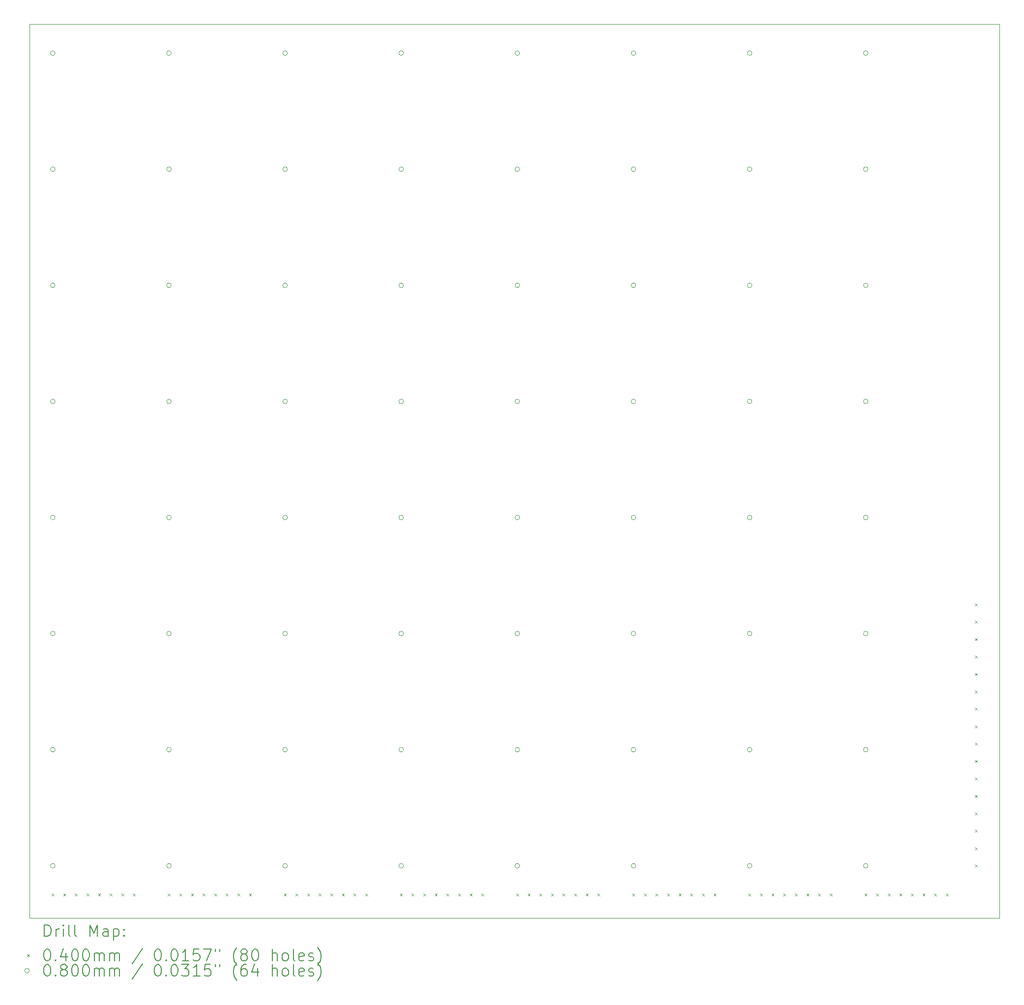
<source format=gbr>
%TF.GenerationSoftware,KiCad,Pcbnew,7.0.9*%
%TF.CreationDate,2024-01-05T09:16:21+05:30*%
%TF.ProjectId,Led_8x8Tower_Base,4c65645f-3878-4385-946f-7765725f4261,rev?*%
%TF.SameCoordinates,Original*%
%TF.FileFunction,Drillmap*%
%TF.FilePolarity,Positive*%
%FSLAX45Y45*%
G04 Gerber Fmt 4.5, Leading zero omitted, Abs format (unit mm)*
G04 Created by KiCad (PCBNEW 7.0.9) date 2024-01-05 09:16:21*
%MOMM*%
%LPD*%
G01*
G04 APERTURE LIST*
%ADD10C,0.100000*%
%ADD11C,0.200000*%
G04 APERTURE END LIST*
D10*
X4600000Y-1500000D02*
X4600000Y-16900000D01*
X4600000Y-16900000D02*
X21300000Y-16900000D01*
X21300000Y-16900000D02*
X21300000Y-1500000D01*
X21300000Y-1500000D02*
X4600000Y-1500000D01*
D11*
D10*
X4980000Y-16480000D02*
X5020000Y-16520000D01*
X5020000Y-16480000D02*
X4980000Y-16520000D01*
X5180000Y-16480000D02*
X5220000Y-16520000D01*
X5220000Y-16480000D02*
X5180000Y-16520000D01*
X5380000Y-16480000D02*
X5420000Y-16520000D01*
X5420000Y-16480000D02*
X5380000Y-16520000D01*
X5580000Y-16480000D02*
X5620000Y-16520000D01*
X5620000Y-16480000D02*
X5580000Y-16520000D01*
X5780000Y-16480000D02*
X5820000Y-16520000D01*
X5820000Y-16480000D02*
X5780000Y-16520000D01*
X5980000Y-16480000D02*
X6020000Y-16520000D01*
X6020000Y-16480000D02*
X5980000Y-16520000D01*
X6180000Y-16480000D02*
X6220000Y-16520000D01*
X6220000Y-16480000D02*
X6180000Y-16520000D01*
X6380000Y-16480000D02*
X6420000Y-16520000D01*
X6420000Y-16480000D02*
X6380000Y-16520000D01*
X6980000Y-16480000D02*
X7020000Y-16520000D01*
X7020000Y-16480000D02*
X6980000Y-16520000D01*
X7180000Y-16480000D02*
X7220000Y-16520000D01*
X7220000Y-16480000D02*
X7180000Y-16520000D01*
X7380000Y-16480000D02*
X7420000Y-16520000D01*
X7420000Y-16480000D02*
X7380000Y-16520000D01*
X7580000Y-16480000D02*
X7620000Y-16520000D01*
X7620000Y-16480000D02*
X7580000Y-16520000D01*
X7780000Y-16480000D02*
X7820000Y-16520000D01*
X7820000Y-16480000D02*
X7780000Y-16520000D01*
X7980000Y-16480000D02*
X8020000Y-16520000D01*
X8020000Y-16480000D02*
X7980000Y-16520000D01*
X8180000Y-16480000D02*
X8220000Y-16520000D01*
X8220000Y-16480000D02*
X8180000Y-16520000D01*
X8380000Y-16480000D02*
X8420000Y-16520000D01*
X8420000Y-16480000D02*
X8380000Y-16520000D01*
X8980000Y-16480000D02*
X9020000Y-16520000D01*
X9020000Y-16480000D02*
X8980000Y-16520000D01*
X9180000Y-16480000D02*
X9220000Y-16520000D01*
X9220000Y-16480000D02*
X9180000Y-16520000D01*
X9380000Y-16480000D02*
X9420000Y-16520000D01*
X9420000Y-16480000D02*
X9380000Y-16520000D01*
X9580000Y-16480000D02*
X9620000Y-16520000D01*
X9620000Y-16480000D02*
X9580000Y-16520000D01*
X9780000Y-16480000D02*
X9820000Y-16520000D01*
X9820000Y-16480000D02*
X9780000Y-16520000D01*
X9980000Y-16480000D02*
X10020000Y-16520000D01*
X10020000Y-16480000D02*
X9980000Y-16520000D01*
X10180000Y-16480000D02*
X10220000Y-16520000D01*
X10220000Y-16480000D02*
X10180000Y-16520000D01*
X10380000Y-16480000D02*
X10420000Y-16520000D01*
X10420000Y-16480000D02*
X10380000Y-16520000D01*
X10980000Y-16480000D02*
X11020000Y-16520000D01*
X11020000Y-16480000D02*
X10980000Y-16520000D01*
X11180000Y-16480000D02*
X11220000Y-16520000D01*
X11220000Y-16480000D02*
X11180000Y-16520000D01*
X11380000Y-16480000D02*
X11420000Y-16520000D01*
X11420000Y-16480000D02*
X11380000Y-16520000D01*
X11580000Y-16480000D02*
X11620000Y-16520000D01*
X11620000Y-16480000D02*
X11580000Y-16520000D01*
X11780000Y-16480000D02*
X11820000Y-16520000D01*
X11820000Y-16480000D02*
X11780000Y-16520000D01*
X11980000Y-16480000D02*
X12020000Y-16520000D01*
X12020000Y-16480000D02*
X11980000Y-16520000D01*
X12180000Y-16480000D02*
X12220000Y-16520000D01*
X12220000Y-16480000D02*
X12180000Y-16520000D01*
X12380000Y-16480000D02*
X12420000Y-16520000D01*
X12420000Y-16480000D02*
X12380000Y-16520000D01*
X12980000Y-16480000D02*
X13020000Y-16520000D01*
X13020000Y-16480000D02*
X12980000Y-16520000D01*
X13180000Y-16480000D02*
X13220000Y-16520000D01*
X13220000Y-16480000D02*
X13180000Y-16520000D01*
X13380000Y-16480000D02*
X13420000Y-16520000D01*
X13420000Y-16480000D02*
X13380000Y-16520000D01*
X13580000Y-16480000D02*
X13620000Y-16520000D01*
X13620000Y-16480000D02*
X13580000Y-16520000D01*
X13780000Y-16480000D02*
X13820000Y-16520000D01*
X13820000Y-16480000D02*
X13780000Y-16520000D01*
X13980000Y-16480000D02*
X14020000Y-16520000D01*
X14020000Y-16480000D02*
X13980000Y-16520000D01*
X14180000Y-16480000D02*
X14220000Y-16520000D01*
X14220000Y-16480000D02*
X14180000Y-16520000D01*
X14380000Y-16480000D02*
X14420000Y-16520000D01*
X14420000Y-16480000D02*
X14380000Y-16520000D01*
X14980000Y-16480000D02*
X15020000Y-16520000D01*
X15020000Y-16480000D02*
X14980000Y-16520000D01*
X15180000Y-16480000D02*
X15220000Y-16520000D01*
X15220000Y-16480000D02*
X15180000Y-16520000D01*
X15380000Y-16480000D02*
X15420000Y-16520000D01*
X15420000Y-16480000D02*
X15380000Y-16520000D01*
X15580000Y-16480000D02*
X15620000Y-16520000D01*
X15620000Y-16480000D02*
X15580000Y-16520000D01*
X15780000Y-16480000D02*
X15820000Y-16520000D01*
X15820000Y-16480000D02*
X15780000Y-16520000D01*
X15980000Y-16480000D02*
X16020000Y-16520000D01*
X16020000Y-16480000D02*
X15980000Y-16520000D01*
X16180000Y-16480000D02*
X16220000Y-16520000D01*
X16220000Y-16480000D02*
X16180000Y-16520000D01*
X16380000Y-16480000D02*
X16420000Y-16520000D01*
X16420000Y-16480000D02*
X16380000Y-16520000D01*
X16980000Y-16480000D02*
X17020000Y-16520000D01*
X17020000Y-16480000D02*
X16980000Y-16520000D01*
X17180000Y-16480000D02*
X17220000Y-16520000D01*
X17220000Y-16480000D02*
X17180000Y-16520000D01*
X17380000Y-16480000D02*
X17420000Y-16520000D01*
X17420000Y-16480000D02*
X17380000Y-16520000D01*
X17580000Y-16480000D02*
X17620000Y-16520000D01*
X17620000Y-16480000D02*
X17580000Y-16520000D01*
X17780000Y-16480000D02*
X17820000Y-16520000D01*
X17820000Y-16480000D02*
X17780000Y-16520000D01*
X17980000Y-16480000D02*
X18020000Y-16520000D01*
X18020000Y-16480000D02*
X17980000Y-16520000D01*
X18180000Y-16480000D02*
X18220000Y-16520000D01*
X18220000Y-16480000D02*
X18180000Y-16520000D01*
X18380000Y-16480000D02*
X18420000Y-16520000D01*
X18420000Y-16480000D02*
X18380000Y-16520000D01*
X18980000Y-16480000D02*
X19020000Y-16520000D01*
X19020000Y-16480000D02*
X18980000Y-16520000D01*
X19180000Y-16480000D02*
X19220000Y-16520000D01*
X19220000Y-16480000D02*
X19180000Y-16520000D01*
X19380000Y-16480000D02*
X19420000Y-16520000D01*
X19420000Y-16480000D02*
X19380000Y-16520000D01*
X19580000Y-16480000D02*
X19620000Y-16520000D01*
X19620000Y-16480000D02*
X19580000Y-16520000D01*
X19780000Y-16480000D02*
X19820000Y-16520000D01*
X19820000Y-16480000D02*
X19780000Y-16520000D01*
X19980000Y-16480000D02*
X20020000Y-16520000D01*
X20020000Y-16480000D02*
X19980000Y-16520000D01*
X20180000Y-16480000D02*
X20220000Y-16520000D01*
X20220000Y-16480000D02*
X20180000Y-16520000D01*
X20380000Y-16480000D02*
X20420000Y-16520000D01*
X20420000Y-16480000D02*
X20380000Y-16520000D01*
X20880000Y-11480000D02*
X20920000Y-11520000D01*
X20920000Y-11480000D02*
X20880000Y-11520000D01*
X20880000Y-11780000D02*
X20920000Y-11820000D01*
X20920000Y-11780000D02*
X20880000Y-11820000D01*
X20880000Y-12080000D02*
X20920000Y-12120000D01*
X20920000Y-12080000D02*
X20880000Y-12120000D01*
X20880000Y-12380000D02*
X20920000Y-12420000D01*
X20920000Y-12380000D02*
X20880000Y-12420000D01*
X20880000Y-12680000D02*
X20920000Y-12720000D01*
X20920000Y-12680000D02*
X20880000Y-12720000D01*
X20880000Y-12980000D02*
X20920000Y-13020000D01*
X20920000Y-12980000D02*
X20880000Y-13020000D01*
X20880000Y-13280000D02*
X20920000Y-13320000D01*
X20920000Y-13280000D02*
X20880000Y-13320000D01*
X20880000Y-13580000D02*
X20920000Y-13620000D01*
X20920000Y-13580000D02*
X20880000Y-13620000D01*
X20880000Y-13880000D02*
X20920000Y-13920000D01*
X20920000Y-13880000D02*
X20880000Y-13920000D01*
X20880000Y-14180000D02*
X20920000Y-14220000D01*
X20920000Y-14180000D02*
X20880000Y-14220000D01*
X20880000Y-14480000D02*
X20920000Y-14520000D01*
X20920000Y-14480000D02*
X20880000Y-14520000D01*
X20880000Y-14780000D02*
X20920000Y-14820000D01*
X20920000Y-14780000D02*
X20880000Y-14820000D01*
X20880000Y-15080000D02*
X20920000Y-15120000D01*
X20920000Y-15080000D02*
X20880000Y-15120000D01*
X20880000Y-15380000D02*
X20920000Y-15420000D01*
X20920000Y-15380000D02*
X20880000Y-15420000D01*
X20880000Y-15680000D02*
X20920000Y-15720000D01*
X20920000Y-15680000D02*
X20880000Y-15720000D01*
X20880000Y-15980000D02*
X20920000Y-16020000D01*
X20920000Y-15980000D02*
X20880000Y-16020000D01*
X5040000Y-2000000D02*
G75*
G03*
X5040000Y-2000000I-40000J0D01*
G01*
X5040000Y-4000000D02*
G75*
G03*
X5040000Y-4000000I-40000J0D01*
G01*
X5040000Y-6000000D02*
G75*
G03*
X5040000Y-6000000I-40000J0D01*
G01*
X5040000Y-8000000D02*
G75*
G03*
X5040000Y-8000000I-40000J0D01*
G01*
X5040000Y-10000000D02*
G75*
G03*
X5040000Y-10000000I-40000J0D01*
G01*
X5040000Y-12000000D02*
G75*
G03*
X5040000Y-12000000I-40000J0D01*
G01*
X5040000Y-14000000D02*
G75*
G03*
X5040000Y-14000000I-40000J0D01*
G01*
X5040000Y-16000000D02*
G75*
G03*
X5040000Y-16000000I-40000J0D01*
G01*
X7040000Y-2000000D02*
G75*
G03*
X7040000Y-2000000I-40000J0D01*
G01*
X7040000Y-4000000D02*
G75*
G03*
X7040000Y-4000000I-40000J0D01*
G01*
X7040000Y-6000000D02*
G75*
G03*
X7040000Y-6000000I-40000J0D01*
G01*
X7040000Y-8000000D02*
G75*
G03*
X7040000Y-8000000I-40000J0D01*
G01*
X7040000Y-10000000D02*
G75*
G03*
X7040000Y-10000000I-40000J0D01*
G01*
X7040000Y-12000000D02*
G75*
G03*
X7040000Y-12000000I-40000J0D01*
G01*
X7040000Y-14000000D02*
G75*
G03*
X7040000Y-14000000I-40000J0D01*
G01*
X7040000Y-16000000D02*
G75*
G03*
X7040000Y-16000000I-40000J0D01*
G01*
X9040000Y-2000000D02*
G75*
G03*
X9040000Y-2000000I-40000J0D01*
G01*
X9040000Y-4000000D02*
G75*
G03*
X9040000Y-4000000I-40000J0D01*
G01*
X9040000Y-6000000D02*
G75*
G03*
X9040000Y-6000000I-40000J0D01*
G01*
X9040000Y-8000000D02*
G75*
G03*
X9040000Y-8000000I-40000J0D01*
G01*
X9040000Y-10000000D02*
G75*
G03*
X9040000Y-10000000I-40000J0D01*
G01*
X9040000Y-12000000D02*
G75*
G03*
X9040000Y-12000000I-40000J0D01*
G01*
X9040000Y-14000000D02*
G75*
G03*
X9040000Y-14000000I-40000J0D01*
G01*
X9040000Y-16000000D02*
G75*
G03*
X9040000Y-16000000I-40000J0D01*
G01*
X11040000Y-2000000D02*
G75*
G03*
X11040000Y-2000000I-40000J0D01*
G01*
X11040000Y-4000000D02*
G75*
G03*
X11040000Y-4000000I-40000J0D01*
G01*
X11040000Y-6000000D02*
G75*
G03*
X11040000Y-6000000I-40000J0D01*
G01*
X11040000Y-8000000D02*
G75*
G03*
X11040000Y-8000000I-40000J0D01*
G01*
X11040000Y-10000000D02*
G75*
G03*
X11040000Y-10000000I-40000J0D01*
G01*
X11040000Y-12000000D02*
G75*
G03*
X11040000Y-12000000I-40000J0D01*
G01*
X11040000Y-14000000D02*
G75*
G03*
X11040000Y-14000000I-40000J0D01*
G01*
X11040000Y-16000000D02*
G75*
G03*
X11040000Y-16000000I-40000J0D01*
G01*
X13040000Y-2000000D02*
G75*
G03*
X13040000Y-2000000I-40000J0D01*
G01*
X13040000Y-4000000D02*
G75*
G03*
X13040000Y-4000000I-40000J0D01*
G01*
X13040000Y-6000000D02*
G75*
G03*
X13040000Y-6000000I-40000J0D01*
G01*
X13040000Y-8000000D02*
G75*
G03*
X13040000Y-8000000I-40000J0D01*
G01*
X13040000Y-10000000D02*
G75*
G03*
X13040000Y-10000000I-40000J0D01*
G01*
X13040000Y-12000000D02*
G75*
G03*
X13040000Y-12000000I-40000J0D01*
G01*
X13040000Y-14000000D02*
G75*
G03*
X13040000Y-14000000I-40000J0D01*
G01*
X13040000Y-16000000D02*
G75*
G03*
X13040000Y-16000000I-40000J0D01*
G01*
X15040000Y-2000000D02*
G75*
G03*
X15040000Y-2000000I-40000J0D01*
G01*
X15040000Y-4000000D02*
G75*
G03*
X15040000Y-4000000I-40000J0D01*
G01*
X15040000Y-6000000D02*
G75*
G03*
X15040000Y-6000000I-40000J0D01*
G01*
X15040000Y-8000000D02*
G75*
G03*
X15040000Y-8000000I-40000J0D01*
G01*
X15040000Y-10000000D02*
G75*
G03*
X15040000Y-10000000I-40000J0D01*
G01*
X15040000Y-12000000D02*
G75*
G03*
X15040000Y-12000000I-40000J0D01*
G01*
X15040000Y-14000000D02*
G75*
G03*
X15040000Y-14000000I-40000J0D01*
G01*
X15040000Y-16000000D02*
G75*
G03*
X15040000Y-16000000I-40000J0D01*
G01*
X17040000Y-2000000D02*
G75*
G03*
X17040000Y-2000000I-40000J0D01*
G01*
X17040000Y-4000000D02*
G75*
G03*
X17040000Y-4000000I-40000J0D01*
G01*
X17040000Y-6000000D02*
G75*
G03*
X17040000Y-6000000I-40000J0D01*
G01*
X17040000Y-8000000D02*
G75*
G03*
X17040000Y-8000000I-40000J0D01*
G01*
X17040000Y-10000000D02*
G75*
G03*
X17040000Y-10000000I-40000J0D01*
G01*
X17040000Y-12000000D02*
G75*
G03*
X17040000Y-12000000I-40000J0D01*
G01*
X17040000Y-14000000D02*
G75*
G03*
X17040000Y-14000000I-40000J0D01*
G01*
X17040000Y-16000000D02*
G75*
G03*
X17040000Y-16000000I-40000J0D01*
G01*
X19040000Y-2000000D02*
G75*
G03*
X19040000Y-2000000I-40000J0D01*
G01*
X19040000Y-4000000D02*
G75*
G03*
X19040000Y-4000000I-40000J0D01*
G01*
X19040000Y-6000000D02*
G75*
G03*
X19040000Y-6000000I-40000J0D01*
G01*
X19040000Y-8000000D02*
G75*
G03*
X19040000Y-8000000I-40000J0D01*
G01*
X19040000Y-10000000D02*
G75*
G03*
X19040000Y-10000000I-40000J0D01*
G01*
X19040000Y-12000000D02*
G75*
G03*
X19040000Y-12000000I-40000J0D01*
G01*
X19040000Y-14000000D02*
G75*
G03*
X19040000Y-14000000I-40000J0D01*
G01*
X19040000Y-16000000D02*
G75*
G03*
X19040000Y-16000000I-40000J0D01*
G01*
D11*
X4855777Y-17216484D02*
X4855777Y-17016484D01*
X4855777Y-17016484D02*
X4903396Y-17016484D01*
X4903396Y-17016484D02*
X4931967Y-17026008D01*
X4931967Y-17026008D02*
X4951015Y-17045055D01*
X4951015Y-17045055D02*
X4960539Y-17064103D01*
X4960539Y-17064103D02*
X4970063Y-17102198D01*
X4970063Y-17102198D02*
X4970063Y-17130770D01*
X4970063Y-17130770D02*
X4960539Y-17168865D01*
X4960539Y-17168865D02*
X4951015Y-17187912D01*
X4951015Y-17187912D02*
X4931967Y-17206960D01*
X4931967Y-17206960D02*
X4903396Y-17216484D01*
X4903396Y-17216484D02*
X4855777Y-17216484D01*
X5055777Y-17216484D02*
X5055777Y-17083150D01*
X5055777Y-17121246D02*
X5065301Y-17102198D01*
X5065301Y-17102198D02*
X5074824Y-17092674D01*
X5074824Y-17092674D02*
X5093872Y-17083150D01*
X5093872Y-17083150D02*
X5112920Y-17083150D01*
X5179586Y-17216484D02*
X5179586Y-17083150D01*
X5179586Y-17016484D02*
X5170063Y-17026008D01*
X5170063Y-17026008D02*
X5179586Y-17035531D01*
X5179586Y-17035531D02*
X5189110Y-17026008D01*
X5189110Y-17026008D02*
X5179586Y-17016484D01*
X5179586Y-17016484D02*
X5179586Y-17035531D01*
X5303396Y-17216484D02*
X5284348Y-17206960D01*
X5284348Y-17206960D02*
X5274824Y-17187912D01*
X5274824Y-17187912D02*
X5274824Y-17016484D01*
X5408158Y-17216484D02*
X5389110Y-17206960D01*
X5389110Y-17206960D02*
X5379586Y-17187912D01*
X5379586Y-17187912D02*
X5379586Y-17016484D01*
X5636729Y-17216484D02*
X5636729Y-17016484D01*
X5636729Y-17016484D02*
X5703396Y-17159341D01*
X5703396Y-17159341D02*
X5770062Y-17016484D01*
X5770062Y-17016484D02*
X5770062Y-17216484D01*
X5951015Y-17216484D02*
X5951015Y-17111722D01*
X5951015Y-17111722D02*
X5941491Y-17092674D01*
X5941491Y-17092674D02*
X5922443Y-17083150D01*
X5922443Y-17083150D02*
X5884348Y-17083150D01*
X5884348Y-17083150D02*
X5865301Y-17092674D01*
X5951015Y-17206960D02*
X5931967Y-17216484D01*
X5931967Y-17216484D02*
X5884348Y-17216484D01*
X5884348Y-17216484D02*
X5865301Y-17206960D01*
X5865301Y-17206960D02*
X5855777Y-17187912D01*
X5855777Y-17187912D02*
X5855777Y-17168865D01*
X5855777Y-17168865D02*
X5865301Y-17149817D01*
X5865301Y-17149817D02*
X5884348Y-17140293D01*
X5884348Y-17140293D02*
X5931967Y-17140293D01*
X5931967Y-17140293D02*
X5951015Y-17130770D01*
X6046253Y-17083150D02*
X6046253Y-17283150D01*
X6046253Y-17092674D02*
X6065301Y-17083150D01*
X6065301Y-17083150D02*
X6103396Y-17083150D01*
X6103396Y-17083150D02*
X6122443Y-17092674D01*
X6122443Y-17092674D02*
X6131967Y-17102198D01*
X6131967Y-17102198D02*
X6141491Y-17121246D01*
X6141491Y-17121246D02*
X6141491Y-17178389D01*
X6141491Y-17178389D02*
X6131967Y-17197436D01*
X6131967Y-17197436D02*
X6122443Y-17206960D01*
X6122443Y-17206960D02*
X6103396Y-17216484D01*
X6103396Y-17216484D02*
X6065301Y-17216484D01*
X6065301Y-17216484D02*
X6046253Y-17206960D01*
X6227205Y-17197436D02*
X6236729Y-17206960D01*
X6236729Y-17206960D02*
X6227205Y-17216484D01*
X6227205Y-17216484D02*
X6217682Y-17206960D01*
X6217682Y-17206960D02*
X6227205Y-17197436D01*
X6227205Y-17197436D02*
X6227205Y-17216484D01*
X6227205Y-17092674D02*
X6236729Y-17102198D01*
X6236729Y-17102198D02*
X6227205Y-17111722D01*
X6227205Y-17111722D02*
X6217682Y-17102198D01*
X6217682Y-17102198D02*
X6227205Y-17092674D01*
X6227205Y-17092674D02*
X6227205Y-17111722D01*
D10*
X4555000Y-17525000D02*
X4595000Y-17565000D01*
X4595000Y-17525000D02*
X4555000Y-17565000D01*
D11*
X4893872Y-17436484D02*
X4912920Y-17436484D01*
X4912920Y-17436484D02*
X4931967Y-17446008D01*
X4931967Y-17446008D02*
X4941491Y-17455531D01*
X4941491Y-17455531D02*
X4951015Y-17474579D01*
X4951015Y-17474579D02*
X4960539Y-17512674D01*
X4960539Y-17512674D02*
X4960539Y-17560293D01*
X4960539Y-17560293D02*
X4951015Y-17598389D01*
X4951015Y-17598389D02*
X4941491Y-17617436D01*
X4941491Y-17617436D02*
X4931967Y-17626960D01*
X4931967Y-17626960D02*
X4912920Y-17636484D01*
X4912920Y-17636484D02*
X4893872Y-17636484D01*
X4893872Y-17636484D02*
X4874824Y-17626960D01*
X4874824Y-17626960D02*
X4865301Y-17617436D01*
X4865301Y-17617436D02*
X4855777Y-17598389D01*
X4855777Y-17598389D02*
X4846253Y-17560293D01*
X4846253Y-17560293D02*
X4846253Y-17512674D01*
X4846253Y-17512674D02*
X4855777Y-17474579D01*
X4855777Y-17474579D02*
X4865301Y-17455531D01*
X4865301Y-17455531D02*
X4874824Y-17446008D01*
X4874824Y-17446008D02*
X4893872Y-17436484D01*
X5046253Y-17617436D02*
X5055777Y-17626960D01*
X5055777Y-17626960D02*
X5046253Y-17636484D01*
X5046253Y-17636484D02*
X5036729Y-17626960D01*
X5036729Y-17626960D02*
X5046253Y-17617436D01*
X5046253Y-17617436D02*
X5046253Y-17636484D01*
X5227205Y-17503150D02*
X5227205Y-17636484D01*
X5179586Y-17426960D02*
X5131967Y-17569817D01*
X5131967Y-17569817D02*
X5255777Y-17569817D01*
X5370063Y-17436484D02*
X5389110Y-17436484D01*
X5389110Y-17436484D02*
X5408158Y-17446008D01*
X5408158Y-17446008D02*
X5417682Y-17455531D01*
X5417682Y-17455531D02*
X5427205Y-17474579D01*
X5427205Y-17474579D02*
X5436729Y-17512674D01*
X5436729Y-17512674D02*
X5436729Y-17560293D01*
X5436729Y-17560293D02*
X5427205Y-17598389D01*
X5427205Y-17598389D02*
X5417682Y-17617436D01*
X5417682Y-17617436D02*
X5408158Y-17626960D01*
X5408158Y-17626960D02*
X5389110Y-17636484D01*
X5389110Y-17636484D02*
X5370063Y-17636484D01*
X5370063Y-17636484D02*
X5351015Y-17626960D01*
X5351015Y-17626960D02*
X5341491Y-17617436D01*
X5341491Y-17617436D02*
X5331967Y-17598389D01*
X5331967Y-17598389D02*
X5322444Y-17560293D01*
X5322444Y-17560293D02*
X5322444Y-17512674D01*
X5322444Y-17512674D02*
X5331967Y-17474579D01*
X5331967Y-17474579D02*
X5341491Y-17455531D01*
X5341491Y-17455531D02*
X5351015Y-17446008D01*
X5351015Y-17446008D02*
X5370063Y-17436484D01*
X5560539Y-17436484D02*
X5579586Y-17436484D01*
X5579586Y-17436484D02*
X5598634Y-17446008D01*
X5598634Y-17446008D02*
X5608158Y-17455531D01*
X5608158Y-17455531D02*
X5617682Y-17474579D01*
X5617682Y-17474579D02*
X5627205Y-17512674D01*
X5627205Y-17512674D02*
X5627205Y-17560293D01*
X5627205Y-17560293D02*
X5617682Y-17598389D01*
X5617682Y-17598389D02*
X5608158Y-17617436D01*
X5608158Y-17617436D02*
X5598634Y-17626960D01*
X5598634Y-17626960D02*
X5579586Y-17636484D01*
X5579586Y-17636484D02*
X5560539Y-17636484D01*
X5560539Y-17636484D02*
X5541491Y-17626960D01*
X5541491Y-17626960D02*
X5531967Y-17617436D01*
X5531967Y-17617436D02*
X5522444Y-17598389D01*
X5522444Y-17598389D02*
X5512920Y-17560293D01*
X5512920Y-17560293D02*
X5512920Y-17512674D01*
X5512920Y-17512674D02*
X5522444Y-17474579D01*
X5522444Y-17474579D02*
X5531967Y-17455531D01*
X5531967Y-17455531D02*
X5541491Y-17446008D01*
X5541491Y-17446008D02*
X5560539Y-17436484D01*
X5712920Y-17636484D02*
X5712920Y-17503150D01*
X5712920Y-17522198D02*
X5722443Y-17512674D01*
X5722443Y-17512674D02*
X5741491Y-17503150D01*
X5741491Y-17503150D02*
X5770063Y-17503150D01*
X5770063Y-17503150D02*
X5789110Y-17512674D01*
X5789110Y-17512674D02*
X5798634Y-17531722D01*
X5798634Y-17531722D02*
X5798634Y-17636484D01*
X5798634Y-17531722D02*
X5808158Y-17512674D01*
X5808158Y-17512674D02*
X5827205Y-17503150D01*
X5827205Y-17503150D02*
X5855777Y-17503150D01*
X5855777Y-17503150D02*
X5874824Y-17512674D01*
X5874824Y-17512674D02*
X5884348Y-17531722D01*
X5884348Y-17531722D02*
X5884348Y-17636484D01*
X5979586Y-17636484D02*
X5979586Y-17503150D01*
X5979586Y-17522198D02*
X5989110Y-17512674D01*
X5989110Y-17512674D02*
X6008158Y-17503150D01*
X6008158Y-17503150D02*
X6036729Y-17503150D01*
X6036729Y-17503150D02*
X6055777Y-17512674D01*
X6055777Y-17512674D02*
X6065301Y-17531722D01*
X6065301Y-17531722D02*
X6065301Y-17636484D01*
X6065301Y-17531722D02*
X6074824Y-17512674D01*
X6074824Y-17512674D02*
X6093872Y-17503150D01*
X6093872Y-17503150D02*
X6122443Y-17503150D01*
X6122443Y-17503150D02*
X6141491Y-17512674D01*
X6141491Y-17512674D02*
X6151015Y-17531722D01*
X6151015Y-17531722D02*
X6151015Y-17636484D01*
X6541491Y-17426960D02*
X6370063Y-17684103D01*
X6798634Y-17436484D02*
X6817682Y-17436484D01*
X6817682Y-17436484D02*
X6836729Y-17446008D01*
X6836729Y-17446008D02*
X6846253Y-17455531D01*
X6846253Y-17455531D02*
X6855777Y-17474579D01*
X6855777Y-17474579D02*
X6865301Y-17512674D01*
X6865301Y-17512674D02*
X6865301Y-17560293D01*
X6865301Y-17560293D02*
X6855777Y-17598389D01*
X6855777Y-17598389D02*
X6846253Y-17617436D01*
X6846253Y-17617436D02*
X6836729Y-17626960D01*
X6836729Y-17626960D02*
X6817682Y-17636484D01*
X6817682Y-17636484D02*
X6798634Y-17636484D01*
X6798634Y-17636484D02*
X6779586Y-17626960D01*
X6779586Y-17626960D02*
X6770063Y-17617436D01*
X6770063Y-17617436D02*
X6760539Y-17598389D01*
X6760539Y-17598389D02*
X6751015Y-17560293D01*
X6751015Y-17560293D02*
X6751015Y-17512674D01*
X6751015Y-17512674D02*
X6760539Y-17474579D01*
X6760539Y-17474579D02*
X6770063Y-17455531D01*
X6770063Y-17455531D02*
X6779586Y-17446008D01*
X6779586Y-17446008D02*
X6798634Y-17436484D01*
X6951015Y-17617436D02*
X6960539Y-17626960D01*
X6960539Y-17626960D02*
X6951015Y-17636484D01*
X6951015Y-17636484D02*
X6941491Y-17626960D01*
X6941491Y-17626960D02*
X6951015Y-17617436D01*
X6951015Y-17617436D02*
X6951015Y-17636484D01*
X7084348Y-17436484D02*
X7103396Y-17436484D01*
X7103396Y-17436484D02*
X7122444Y-17446008D01*
X7122444Y-17446008D02*
X7131967Y-17455531D01*
X7131967Y-17455531D02*
X7141491Y-17474579D01*
X7141491Y-17474579D02*
X7151015Y-17512674D01*
X7151015Y-17512674D02*
X7151015Y-17560293D01*
X7151015Y-17560293D02*
X7141491Y-17598389D01*
X7141491Y-17598389D02*
X7131967Y-17617436D01*
X7131967Y-17617436D02*
X7122444Y-17626960D01*
X7122444Y-17626960D02*
X7103396Y-17636484D01*
X7103396Y-17636484D02*
X7084348Y-17636484D01*
X7084348Y-17636484D02*
X7065301Y-17626960D01*
X7065301Y-17626960D02*
X7055777Y-17617436D01*
X7055777Y-17617436D02*
X7046253Y-17598389D01*
X7046253Y-17598389D02*
X7036729Y-17560293D01*
X7036729Y-17560293D02*
X7036729Y-17512674D01*
X7036729Y-17512674D02*
X7046253Y-17474579D01*
X7046253Y-17474579D02*
X7055777Y-17455531D01*
X7055777Y-17455531D02*
X7065301Y-17446008D01*
X7065301Y-17446008D02*
X7084348Y-17436484D01*
X7341491Y-17636484D02*
X7227206Y-17636484D01*
X7284348Y-17636484D02*
X7284348Y-17436484D01*
X7284348Y-17436484D02*
X7265301Y-17465055D01*
X7265301Y-17465055D02*
X7246253Y-17484103D01*
X7246253Y-17484103D02*
X7227206Y-17493627D01*
X7522444Y-17436484D02*
X7427206Y-17436484D01*
X7427206Y-17436484D02*
X7417682Y-17531722D01*
X7417682Y-17531722D02*
X7427206Y-17522198D01*
X7427206Y-17522198D02*
X7446253Y-17512674D01*
X7446253Y-17512674D02*
X7493872Y-17512674D01*
X7493872Y-17512674D02*
X7512920Y-17522198D01*
X7512920Y-17522198D02*
X7522444Y-17531722D01*
X7522444Y-17531722D02*
X7531967Y-17550770D01*
X7531967Y-17550770D02*
X7531967Y-17598389D01*
X7531967Y-17598389D02*
X7522444Y-17617436D01*
X7522444Y-17617436D02*
X7512920Y-17626960D01*
X7512920Y-17626960D02*
X7493872Y-17636484D01*
X7493872Y-17636484D02*
X7446253Y-17636484D01*
X7446253Y-17636484D02*
X7427206Y-17626960D01*
X7427206Y-17626960D02*
X7417682Y-17617436D01*
X7598634Y-17436484D02*
X7731967Y-17436484D01*
X7731967Y-17436484D02*
X7646253Y-17636484D01*
X7798634Y-17436484D02*
X7798634Y-17474579D01*
X7874825Y-17436484D02*
X7874825Y-17474579D01*
X8170063Y-17712674D02*
X8160539Y-17703150D01*
X8160539Y-17703150D02*
X8141491Y-17674579D01*
X8141491Y-17674579D02*
X8131968Y-17655531D01*
X8131968Y-17655531D02*
X8122444Y-17626960D01*
X8122444Y-17626960D02*
X8112920Y-17579341D01*
X8112920Y-17579341D02*
X8112920Y-17541246D01*
X8112920Y-17541246D02*
X8122444Y-17493627D01*
X8122444Y-17493627D02*
X8131968Y-17465055D01*
X8131968Y-17465055D02*
X8141491Y-17446008D01*
X8141491Y-17446008D02*
X8160539Y-17417436D01*
X8160539Y-17417436D02*
X8170063Y-17407912D01*
X8274825Y-17522198D02*
X8255777Y-17512674D01*
X8255777Y-17512674D02*
X8246253Y-17503150D01*
X8246253Y-17503150D02*
X8236729Y-17484103D01*
X8236729Y-17484103D02*
X8236729Y-17474579D01*
X8236729Y-17474579D02*
X8246253Y-17455531D01*
X8246253Y-17455531D02*
X8255777Y-17446008D01*
X8255777Y-17446008D02*
X8274825Y-17436484D01*
X8274825Y-17436484D02*
X8312920Y-17436484D01*
X8312920Y-17436484D02*
X8331968Y-17446008D01*
X8331968Y-17446008D02*
X8341491Y-17455531D01*
X8341491Y-17455531D02*
X8351015Y-17474579D01*
X8351015Y-17474579D02*
X8351015Y-17484103D01*
X8351015Y-17484103D02*
X8341491Y-17503150D01*
X8341491Y-17503150D02*
X8331968Y-17512674D01*
X8331968Y-17512674D02*
X8312920Y-17522198D01*
X8312920Y-17522198D02*
X8274825Y-17522198D01*
X8274825Y-17522198D02*
X8255777Y-17531722D01*
X8255777Y-17531722D02*
X8246253Y-17541246D01*
X8246253Y-17541246D02*
X8236729Y-17560293D01*
X8236729Y-17560293D02*
X8236729Y-17598389D01*
X8236729Y-17598389D02*
X8246253Y-17617436D01*
X8246253Y-17617436D02*
X8255777Y-17626960D01*
X8255777Y-17626960D02*
X8274825Y-17636484D01*
X8274825Y-17636484D02*
X8312920Y-17636484D01*
X8312920Y-17636484D02*
X8331968Y-17626960D01*
X8331968Y-17626960D02*
X8341491Y-17617436D01*
X8341491Y-17617436D02*
X8351015Y-17598389D01*
X8351015Y-17598389D02*
X8351015Y-17560293D01*
X8351015Y-17560293D02*
X8341491Y-17541246D01*
X8341491Y-17541246D02*
X8331968Y-17531722D01*
X8331968Y-17531722D02*
X8312920Y-17522198D01*
X8474825Y-17436484D02*
X8493872Y-17436484D01*
X8493872Y-17436484D02*
X8512920Y-17446008D01*
X8512920Y-17446008D02*
X8522444Y-17455531D01*
X8522444Y-17455531D02*
X8531968Y-17474579D01*
X8531968Y-17474579D02*
X8541491Y-17512674D01*
X8541491Y-17512674D02*
X8541491Y-17560293D01*
X8541491Y-17560293D02*
X8531968Y-17598389D01*
X8531968Y-17598389D02*
X8522444Y-17617436D01*
X8522444Y-17617436D02*
X8512920Y-17626960D01*
X8512920Y-17626960D02*
X8493872Y-17636484D01*
X8493872Y-17636484D02*
X8474825Y-17636484D01*
X8474825Y-17636484D02*
X8455777Y-17626960D01*
X8455777Y-17626960D02*
X8446253Y-17617436D01*
X8446253Y-17617436D02*
X8436730Y-17598389D01*
X8436730Y-17598389D02*
X8427206Y-17560293D01*
X8427206Y-17560293D02*
X8427206Y-17512674D01*
X8427206Y-17512674D02*
X8436730Y-17474579D01*
X8436730Y-17474579D02*
X8446253Y-17455531D01*
X8446253Y-17455531D02*
X8455777Y-17446008D01*
X8455777Y-17446008D02*
X8474825Y-17436484D01*
X8779587Y-17636484D02*
X8779587Y-17436484D01*
X8865301Y-17636484D02*
X8865301Y-17531722D01*
X8865301Y-17531722D02*
X8855777Y-17512674D01*
X8855777Y-17512674D02*
X8836730Y-17503150D01*
X8836730Y-17503150D02*
X8808158Y-17503150D01*
X8808158Y-17503150D02*
X8789111Y-17512674D01*
X8789111Y-17512674D02*
X8779587Y-17522198D01*
X8989111Y-17636484D02*
X8970063Y-17626960D01*
X8970063Y-17626960D02*
X8960539Y-17617436D01*
X8960539Y-17617436D02*
X8951015Y-17598389D01*
X8951015Y-17598389D02*
X8951015Y-17541246D01*
X8951015Y-17541246D02*
X8960539Y-17522198D01*
X8960539Y-17522198D02*
X8970063Y-17512674D01*
X8970063Y-17512674D02*
X8989111Y-17503150D01*
X8989111Y-17503150D02*
X9017682Y-17503150D01*
X9017682Y-17503150D02*
X9036730Y-17512674D01*
X9036730Y-17512674D02*
X9046253Y-17522198D01*
X9046253Y-17522198D02*
X9055777Y-17541246D01*
X9055777Y-17541246D02*
X9055777Y-17598389D01*
X9055777Y-17598389D02*
X9046253Y-17617436D01*
X9046253Y-17617436D02*
X9036730Y-17626960D01*
X9036730Y-17626960D02*
X9017682Y-17636484D01*
X9017682Y-17636484D02*
X8989111Y-17636484D01*
X9170063Y-17636484D02*
X9151015Y-17626960D01*
X9151015Y-17626960D02*
X9141492Y-17607912D01*
X9141492Y-17607912D02*
X9141492Y-17436484D01*
X9322444Y-17626960D02*
X9303396Y-17636484D01*
X9303396Y-17636484D02*
X9265301Y-17636484D01*
X9265301Y-17636484D02*
X9246253Y-17626960D01*
X9246253Y-17626960D02*
X9236730Y-17607912D01*
X9236730Y-17607912D02*
X9236730Y-17531722D01*
X9236730Y-17531722D02*
X9246253Y-17512674D01*
X9246253Y-17512674D02*
X9265301Y-17503150D01*
X9265301Y-17503150D02*
X9303396Y-17503150D01*
X9303396Y-17503150D02*
X9322444Y-17512674D01*
X9322444Y-17512674D02*
X9331968Y-17531722D01*
X9331968Y-17531722D02*
X9331968Y-17550770D01*
X9331968Y-17550770D02*
X9236730Y-17569817D01*
X9408158Y-17626960D02*
X9427206Y-17636484D01*
X9427206Y-17636484D02*
X9465301Y-17636484D01*
X9465301Y-17636484D02*
X9484349Y-17626960D01*
X9484349Y-17626960D02*
X9493873Y-17607912D01*
X9493873Y-17607912D02*
X9493873Y-17598389D01*
X9493873Y-17598389D02*
X9484349Y-17579341D01*
X9484349Y-17579341D02*
X9465301Y-17569817D01*
X9465301Y-17569817D02*
X9436730Y-17569817D01*
X9436730Y-17569817D02*
X9417682Y-17560293D01*
X9417682Y-17560293D02*
X9408158Y-17541246D01*
X9408158Y-17541246D02*
X9408158Y-17531722D01*
X9408158Y-17531722D02*
X9417682Y-17512674D01*
X9417682Y-17512674D02*
X9436730Y-17503150D01*
X9436730Y-17503150D02*
X9465301Y-17503150D01*
X9465301Y-17503150D02*
X9484349Y-17512674D01*
X9560539Y-17712674D02*
X9570063Y-17703150D01*
X9570063Y-17703150D02*
X9589111Y-17674579D01*
X9589111Y-17674579D02*
X9598634Y-17655531D01*
X9598634Y-17655531D02*
X9608158Y-17626960D01*
X9608158Y-17626960D02*
X9617682Y-17579341D01*
X9617682Y-17579341D02*
X9617682Y-17541246D01*
X9617682Y-17541246D02*
X9608158Y-17493627D01*
X9608158Y-17493627D02*
X9598634Y-17465055D01*
X9598634Y-17465055D02*
X9589111Y-17446008D01*
X9589111Y-17446008D02*
X9570063Y-17417436D01*
X9570063Y-17417436D02*
X9560539Y-17407912D01*
D10*
X4595000Y-17809000D02*
G75*
G03*
X4595000Y-17809000I-40000J0D01*
G01*
D11*
X4893872Y-17700484D02*
X4912920Y-17700484D01*
X4912920Y-17700484D02*
X4931967Y-17710008D01*
X4931967Y-17710008D02*
X4941491Y-17719531D01*
X4941491Y-17719531D02*
X4951015Y-17738579D01*
X4951015Y-17738579D02*
X4960539Y-17776674D01*
X4960539Y-17776674D02*
X4960539Y-17824293D01*
X4960539Y-17824293D02*
X4951015Y-17862389D01*
X4951015Y-17862389D02*
X4941491Y-17881436D01*
X4941491Y-17881436D02*
X4931967Y-17890960D01*
X4931967Y-17890960D02*
X4912920Y-17900484D01*
X4912920Y-17900484D02*
X4893872Y-17900484D01*
X4893872Y-17900484D02*
X4874824Y-17890960D01*
X4874824Y-17890960D02*
X4865301Y-17881436D01*
X4865301Y-17881436D02*
X4855777Y-17862389D01*
X4855777Y-17862389D02*
X4846253Y-17824293D01*
X4846253Y-17824293D02*
X4846253Y-17776674D01*
X4846253Y-17776674D02*
X4855777Y-17738579D01*
X4855777Y-17738579D02*
X4865301Y-17719531D01*
X4865301Y-17719531D02*
X4874824Y-17710008D01*
X4874824Y-17710008D02*
X4893872Y-17700484D01*
X5046253Y-17881436D02*
X5055777Y-17890960D01*
X5055777Y-17890960D02*
X5046253Y-17900484D01*
X5046253Y-17900484D02*
X5036729Y-17890960D01*
X5036729Y-17890960D02*
X5046253Y-17881436D01*
X5046253Y-17881436D02*
X5046253Y-17900484D01*
X5170063Y-17786198D02*
X5151015Y-17776674D01*
X5151015Y-17776674D02*
X5141491Y-17767150D01*
X5141491Y-17767150D02*
X5131967Y-17748103D01*
X5131967Y-17748103D02*
X5131967Y-17738579D01*
X5131967Y-17738579D02*
X5141491Y-17719531D01*
X5141491Y-17719531D02*
X5151015Y-17710008D01*
X5151015Y-17710008D02*
X5170063Y-17700484D01*
X5170063Y-17700484D02*
X5208158Y-17700484D01*
X5208158Y-17700484D02*
X5227205Y-17710008D01*
X5227205Y-17710008D02*
X5236729Y-17719531D01*
X5236729Y-17719531D02*
X5246253Y-17738579D01*
X5246253Y-17738579D02*
X5246253Y-17748103D01*
X5246253Y-17748103D02*
X5236729Y-17767150D01*
X5236729Y-17767150D02*
X5227205Y-17776674D01*
X5227205Y-17776674D02*
X5208158Y-17786198D01*
X5208158Y-17786198D02*
X5170063Y-17786198D01*
X5170063Y-17786198D02*
X5151015Y-17795722D01*
X5151015Y-17795722D02*
X5141491Y-17805246D01*
X5141491Y-17805246D02*
X5131967Y-17824293D01*
X5131967Y-17824293D02*
X5131967Y-17862389D01*
X5131967Y-17862389D02*
X5141491Y-17881436D01*
X5141491Y-17881436D02*
X5151015Y-17890960D01*
X5151015Y-17890960D02*
X5170063Y-17900484D01*
X5170063Y-17900484D02*
X5208158Y-17900484D01*
X5208158Y-17900484D02*
X5227205Y-17890960D01*
X5227205Y-17890960D02*
X5236729Y-17881436D01*
X5236729Y-17881436D02*
X5246253Y-17862389D01*
X5246253Y-17862389D02*
X5246253Y-17824293D01*
X5246253Y-17824293D02*
X5236729Y-17805246D01*
X5236729Y-17805246D02*
X5227205Y-17795722D01*
X5227205Y-17795722D02*
X5208158Y-17786198D01*
X5370063Y-17700484D02*
X5389110Y-17700484D01*
X5389110Y-17700484D02*
X5408158Y-17710008D01*
X5408158Y-17710008D02*
X5417682Y-17719531D01*
X5417682Y-17719531D02*
X5427205Y-17738579D01*
X5427205Y-17738579D02*
X5436729Y-17776674D01*
X5436729Y-17776674D02*
X5436729Y-17824293D01*
X5436729Y-17824293D02*
X5427205Y-17862389D01*
X5427205Y-17862389D02*
X5417682Y-17881436D01*
X5417682Y-17881436D02*
X5408158Y-17890960D01*
X5408158Y-17890960D02*
X5389110Y-17900484D01*
X5389110Y-17900484D02*
X5370063Y-17900484D01*
X5370063Y-17900484D02*
X5351015Y-17890960D01*
X5351015Y-17890960D02*
X5341491Y-17881436D01*
X5341491Y-17881436D02*
X5331967Y-17862389D01*
X5331967Y-17862389D02*
X5322444Y-17824293D01*
X5322444Y-17824293D02*
X5322444Y-17776674D01*
X5322444Y-17776674D02*
X5331967Y-17738579D01*
X5331967Y-17738579D02*
X5341491Y-17719531D01*
X5341491Y-17719531D02*
X5351015Y-17710008D01*
X5351015Y-17710008D02*
X5370063Y-17700484D01*
X5560539Y-17700484D02*
X5579586Y-17700484D01*
X5579586Y-17700484D02*
X5598634Y-17710008D01*
X5598634Y-17710008D02*
X5608158Y-17719531D01*
X5608158Y-17719531D02*
X5617682Y-17738579D01*
X5617682Y-17738579D02*
X5627205Y-17776674D01*
X5627205Y-17776674D02*
X5627205Y-17824293D01*
X5627205Y-17824293D02*
X5617682Y-17862389D01*
X5617682Y-17862389D02*
X5608158Y-17881436D01*
X5608158Y-17881436D02*
X5598634Y-17890960D01*
X5598634Y-17890960D02*
X5579586Y-17900484D01*
X5579586Y-17900484D02*
X5560539Y-17900484D01*
X5560539Y-17900484D02*
X5541491Y-17890960D01*
X5541491Y-17890960D02*
X5531967Y-17881436D01*
X5531967Y-17881436D02*
X5522444Y-17862389D01*
X5522444Y-17862389D02*
X5512920Y-17824293D01*
X5512920Y-17824293D02*
X5512920Y-17776674D01*
X5512920Y-17776674D02*
X5522444Y-17738579D01*
X5522444Y-17738579D02*
X5531967Y-17719531D01*
X5531967Y-17719531D02*
X5541491Y-17710008D01*
X5541491Y-17710008D02*
X5560539Y-17700484D01*
X5712920Y-17900484D02*
X5712920Y-17767150D01*
X5712920Y-17786198D02*
X5722443Y-17776674D01*
X5722443Y-17776674D02*
X5741491Y-17767150D01*
X5741491Y-17767150D02*
X5770063Y-17767150D01*
X5770063Y-17767150D02*
X5789110Y-17776674D01*
X5789110Y-17776674D02*
X5798634Y-17795722D01*
X5798634Y-17795722D02*
X5798634Y-17900484D01*
X5798634Y-17795722D02*
X5808158Y-17776674D01*
X5808158Y-17776674D02*
X5827205Y-17767150D01*
X5827205Y-17767150D02*
X5855777Y-17767150D01*
X5855777Y-17767150D02*
X5874824Y-17776674D01*
X5874824Y-17776674D02*
X5884348Y-17795722D01*
X5884348Y-17795722D02*
X5884348Y-17900484D01*
X5979586Y-17900484D02*
X5979586Y-17767150D01*
X5979586Y-17786198D02*
X5989110Y-17776674D01*
X5989110Y-17776674D02*
X6008158Y-17767150D01*
X6008158Y-17767150D02*
X6036729Y-17767150D01*
X6036729Y-17767150D02*
X6055777Y-17776674D01*
X6055777Y-17776674D02*
X6065301Y-17795722D01*
X6065301Y-17795722D02*
X6065301Y-17900484D01*
X6065301Y-17795722D02*
X6074824Y-17776674D01*
X6074824Y-17776674D02*
X6093872Y-17767150D01*
X6093872Y-17767150D02*
X6122443Y-17767150D01*
X6122443Y-17767150D02*
X6141491Y-17776674D01*
X6141491Y-17776674D02*
X6151015Y-17795722D01*
X6151015Y-17795722D02*
X6151015Y-17900484D01*
X6541491Y-17690960D02*
X6370063Y-17948103D01*
X6798634Y-17700484D02*
X6817682Y-17700484D01*
X6817682Y-17700484D02*
X6836729Y-17710008D01*
X6836729Y-17710008D02*
X6846253Y-17719531D01*
X6846253Y-17719531D02*
X6855777Y-17738579D01*
X6855777Y-17738579D02*
X6865301Y-17776674D01*
X6865301Y-17776674D02*
X6865301Y-17824293D01*
X6865301Y-17824293D02*
X6855777Y-17862389D01*
X6855777Y-17862389D02*
X6846253Y-17881436D01*
X6846253Y-17881436D02*
X6836729Y-17890960D01*
X6836729Y-17890960D02*
X6817682Y-17900484D01*
X6817682Y-17900484D02*
X6798634Y-17900484D01*
X6798634Y-17900484D02*
X6779586Y-17890960D01*
X6779586Y-17890960D02*
X6770063Y-17881436D01*
X6770063Y-17881436D02*
X6760539Y-17862389D01*
X6760539Y-17862389D02*
X6751015Y-17824293D01*
X6751015Y-17824293D02*
X6751015Y-17776674D01*
X6751015Y-17776674D02*
X6760539Y-17738579D01*
X6760539Y-17738579D02*
X6770063Y-17719531D01*
X6770063Y-17719531D02*
X6779586Y-17710008D01*
X6779586Y-17710008D02*
X6798634Y-17700484D01*
X6951015Y-17881436D02*
X6960539Y-17890960D01*
X6960539Y-17890960D02*
X6951015Y-17900484D01*
X6951015Y-17900484D02*
X6941491Y-17890960D01*
X6941491Y-17890960D02*
X6951015Y-17881436D01*
X6951015Y-17881436D02*
X6951015Y-17900484D01*
X7084348Y-17700484D02*
X7103396Y-17700484D01*
X7103396Y-17700484D02*
X7122444Y-17710008D01*
X7122444Y-17710008D02*
X7131967Y-17719531D01*
X7131967Y-17719531D02*
X7141491Y-17738579D01*
X7141491Y-17738579D02*
X7151015Y-17776674D01*
X7151015Y-17776674D02*
X7151015Y-17824293D01*
X7151015Y-17824293D02*
X7141491Y-17862389D01*
X7141491Y-17862389D02*
X7131967Y-17881436D01*
X7131967Y-17881436D02*
X7122444Y-17890960D01*
X7122444Y-17890960D02*
X7103396Y-17900484D01*
X7103396Y-17900484D02*
X7084348Y-17900484D01*
X7084348Y-17900484D02*
X7065301Y-17890960D01*
X7065301Y-17890960D02*
X7055777Y-17881436D01*
X7055777Y-17881436D02*
X7046253Y-17862389D01*
X7046253Y-17862389D02*
X7036729Y-17824293D01*
X7036729Y-17824293D02*
X7036729Y-17776674D01*
X7036729Y-17776674D02*
X7046253Y-17738579D01*
X7046253Y-17738579D02*
X7055777Y-17719531D01*
X7055777Y-17719531D02*
X7065301Y-17710008D01*
X7065301Y-17710008D02*
X7084348Y-17700484D01*
X7217682Y-17700484D02*
X7341491Y-17700484D01*
X7341491Y-17700484D02*
X7274825Y-17776674D01*
X7274825Y-17776674D02*
X7303396Y-17776674D01*
X7303396Y-17776674D02*
X7322444Y-17786198D01*
X7322444Y-17786198D02*
X7331967Y-17795722D01*
X7331967Y-17795722D02*
X7341491Y-17814770D01*
X7341491Y-17814770D02*
X7341491Y-17862389D01*
X7341491Y-17862389D02*
X7331967Y-17881436D01*
X7331967Y-17881436D02*
X7322444Y-17890960D01*
X7322444Y-17890960D02*
X7303396Y-17900484D01*
X7303396Y-17900484D02*
X7246253Y-17900484D01*
X7246253Y-17900484D02*
X7227206Y-17890960D01*
X7227206Y-17890960D02*
X7217682Y-17881436D01*
X7531967Y-17900484D02*
X7417682Y-17900484D01*
X7474825Y-17900484D02*
X7474825Y-17700484D01*
X7474825Y-17700484D02*
X7455777Y-17729055D01*
X7455777Y-17729055D02*
X7436729Y-17748103D01*
X7436729Y-17748103D02*
X7417682Y-17757627D01*
X7712920Y-17700484D02*
X7617682Y-17700484D01*
X7617682Y-17700484D02*
X7608158Y-17795722D01*
X7608158Y-17795722D02*
X7617682Y-17786198D01*
X7617682Y-17786198D02*
X7636729Y-17776674D01*
X7636729Y-17776674D02*
X7684348Y-17776674D01*
X7684348Y-17776674D02*
X7703396Y-17786198D01*
X7703396Y-17786198D02*
X7712920Y-17795722D01*
X7712920Y-17795722D02*
X7722444Y-17814770D01*
X7722444Y-17814770D02*
X7722444Y-17862389D01*
X7722444Y-17862389D02*
X7712920Y-17881436D01*
X7712920Y-17881436D02*
X7703396Y-17890960D01*
X7703396Y-17890960D02*
X7684348Y-17900484D01*
X7684348Y-17900484D02*
X7636729Y-17900484D01*
X7636729Y-17900484D02*
X7617682Y-17890960D01*
X7617682Y-17890960D02*
X7608158Y-17881436D01*
X7798634Y-17700484D02*
X7798634Y-17738579D01*
X7874825Y-17700484D02*
X7874825Y-17738579D01*
X8170063Y-17976674D02*
X8160539Y-17967150D01*
X8160539Y-17967150D02*
X8141491Y-17938579D01*
X8141491Y-17938579D02*
X8131968Y-17919531D01*
X8131968Y-17919531D02*
X8122444Y-17890960D01*
X8122444Y-17890960D02*
X8112920Y-17843341D01*
X8112920Y-17843341D02*
X8112920Y-17805246D01*
X8112920Y-17805246D02*
X8122444Y-17757627D01*
X8122444Y-17757627D02*
X8131968Y-17729055D01*
X8131968Y-17729055D02*
X8141491Y-17710008D01*
X8141491Y-17710008D02*
X8160539Y-17681436D01*
X8160539Y-17681436D02*
X8170063Y-17671912D01*
X8331968Y-17700484D02*
X8293872Y-17700484D01*
X8293872Y-17700484D02*
X8274825Y-17710008D01*
X8274825Y-17710008D02*
X8265301Y-17719531D01*
X8265301Y-17719531D02*
X8246253Y-17748103D01*
X8246253Y-17748103D02*
X8236729Y-17786198D01*
X8236729Y-17786198D02*
X8236729Y-17862389D01*
X8236729Y-17862389D02*
X8246253Y-17881436D01*
X8246253Y-17881436D02*
X8255777Y-17890960D01*
X8255777Y-17890960D02*
X8274825Y-17900484D01*
X8274825Y-17900484D02*
X8312920Y-17900484D01*
X8312920Y-17900484D02*
X8331968Y-17890960D01*
X8331968Y-17890960D02*
X8341491Y-17881436D01*
X8341491Y-17881436D02*
X8351015Y-17862389D01*
X8351015Y-17862389D02*
X8351015Y-17814770D01*
X8351015Y-17814770D02*
X8341491Y-17795722D01*
X8341491Y-17795722D02*
X8331968Y-17786198D01*
X8331968Y-17786198D02*
X8312920Y-17776674D01*
X8312920Y-17776674D02*
X8274825Y-17776674D01*
X8274825Y-17776674D02*
X8255777Y-17786198D01*
X8255777Y-17786198D02*
X8246253Y-17795722D01*
X8246253Y-17795722D02*
X8236729Y-17814770D01*
X8522444Y-17767150D02*
X8522444Y-17900484D01*
X8474825Y-17690960D02*
X8427206Y-17833817D01*
X8427206Y-17833817D02*
X8551015Y-17833817D01*
X8779587Y-17900484D02*
X8779587Y-17700484D01*
X8865301Y-17900484D02*
X8865301Y-17795722D01*
X8865301Y-17795722D02*
X8855777Y-17776674D01*
X8855777Y-17776674D02*
X8836730Y-17767150D01*
X8836730Y-17767150D02*
X8808158Y-17767150D01*
X8808158Y-17767150D02*
X8789111Y-17776674D01*
X8789111Y-17776674D02*
X8779587Y-17786198D01*
X8989111Y-17900484D02*
X8970063Y-17890960D01*
X8970063Y-17890960D02*
X8960539Y-17881436D01*
X8960539Y-17881436D02*
X8951015Y-17862389D01*
X8951015Y-17862389D02*
X8951015Y-17805246D01*
X8951015Y-17805246D02*
X8960539Y-17786198D01*
X8960539Y-17786198D02*
X8970063Y-17776674D01*
X8970063Y-17776674D02*
X8989111Y-17767150D01*
X8989111Y-17767150D02*
X9017682Y-17767150D01*
X9017682Y-17767150D02*
X9036730Y-17776674D01*
X9036730Y-17776674D02*
X9046253Y-17786198D01*
X9046253Y-17786198D02*
X9055777Y-17805246D01*
X9055777Y-17805246D02*
X9055777Y-17862389D01*
X9055777Y-17862389D02*
X9046253Y-17881436D01*
X9046253Y-17881436D02*
X9036730Y-17890960D01*
X9036730Y-17890960D02*
X9017682Y-17900484D01*
X9017682Y-17900484D02*
X8989111Y-17900484D01*
X9170063Y-17900484D02*
X9151015Y-17890960D01*
X9151015Y-17890960D02*
X9141492Y-17871912D01*
X9141492Y-17871912D02*
X9141492Y-17700484D01*
X9322444Y-17890960D02*
X9303396Y-17900484D01*
X9303396Y-17900484D02*
X9265301Y-17900484D01*
X9265301Y-17900484D02*
X9246253Y-17890960D01*
X9246253Y-17890960D02*
X9236730Y-17871912D01*
X9236730Y-17871912D02*
X9236730Y-17795722D01*
X9236730Y-17795722D02*
X9246253Y-17776674D01*
X9246253Y-17776674D02*
X9265301Y-17767150D01*
X9265301Y-17767150D02*
X9303396Y-17767150D01*
X9303396Y-17767150D02*
X9322444Y-17776674D01*
X9322444Y-17776674D02*
X9331968Y-17795722D01*
X9331968Y-17795722D02*
X9331968Y-17814770D01*
X9331968Y-17814770D02*
X9236730Y-17833817D01*
X9408158Y-17890960D02*
X9427206Y-17900484D01*
X9427206Y-17900484D02*
X9465301Y-17900484D01*
X9465301Y-17900484D02*
X9484349Y-17890960D01*
X9484349Y-17890960D02*
X9493873Y-17871912D01*
X9493873Y-17871912D02*
X9493873Y-17862389D01*
X9493873Y-17862389D02*
X9484349Y-17843341D01*
X9484349Y-17843341D02*
X9465301Y-17833817D01*
X9465301Y-17833817D02*
X9436730Y-17833817D01*
X9436730Y-17833817D02*
X9417682Y-17824293D01*
X9417682Y-17824293D02*
X9408158Y-17805246D01*
X9408158Y-17805246D02*
X9408158Y-17795722D01*
X9408158Y-17795722D02*
X9417682Y-17776674D01*
X9417682Y-17776674D02*
X9436730Y-17767150D01*
X9436730Y-17767150D02*
X9465301Y-17767150D01*
X9465301Y-17767150D02*
X9484349Y-17776674D01*
X9560539Y-17976674D02*
X9570063Y-17967150D01*
X9570063Y-17967150D02*
X9589111Y-17938579D01*
X9589111Y-17938579D02*
X9598634Y-17919531D01*
X9598634Y-17919531D02*
X9608158Y-17890960D01*
X9608158Y-17890960D02*
X9617682Y-17843341D01*
X9617682Y-17843341D02*
X9617682Y-17805246D01*
X9617682Y-17805246D02*
X9608158Y-17757627D01*
X9608158Y-17757627D02*
X9598634Y-17729055D01*
X9598634Y-17729055D02*
X9589111Y-17710008D01*
X9589111Y-17710008D02*
X9570063Y-17681436D01*
X9570063Y-17681436D02*
X9560539Y-17671912D01*
M02*

</source>
